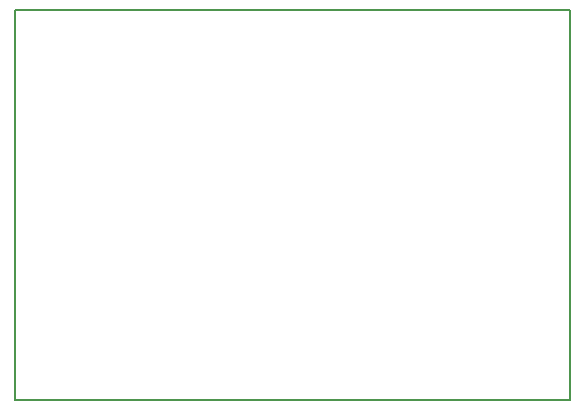
<source format=gbr>
G04 #@! TF.FileFunction,Profile,NP*
%FSLAX46Y46*%
G04 Gerber Fmt 4.6, Leading zero omitted, Abs format (unit mm)*
G04 Created by KiCad (PCBNEW 4.0.1-stable) date 2016 January 25, Monday 17:02:22*
%MOMM*%
G01*
G04 APERTURE LIST*
%ADD10C,0.100000*%
%ADD11C,0.150000*%
G04 APERTURE END LIST*
D10*
D11*
X125095000Y-123190000D02*
X172085000Y-123190000D01*
X125095000Y-90170000D02*
X172085000Y-90170000D01*
X125095000Y-90170000D02*
X125095000Y-123190000D01*
X172085000Y-90170000D02*
X172085000Y-123190000D01*
M02*

</source>
